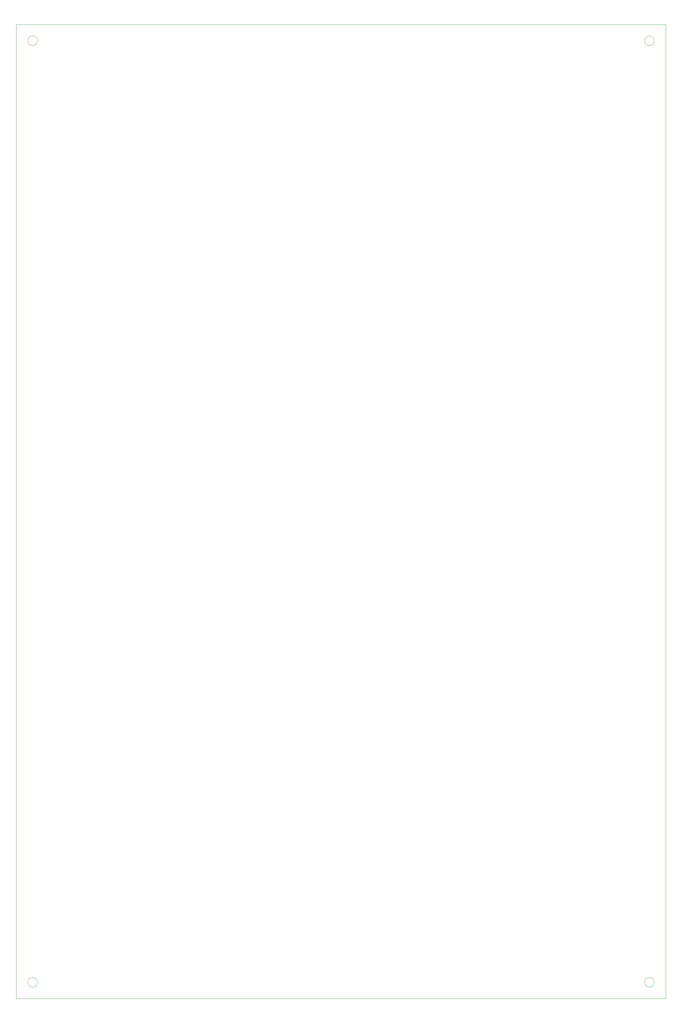
<source format=gbr>
G04 #@! TF.GenerationSoftware,KiCad,Pcbnew,8.0.2*
G04 #@! TF.CreationDate,2024-05-23T11:35:18+02:00*
G04 #@! TF.ProjectId,final-cu,66696e61-6c2d-4637-952e-6b696361645f,rev?*
G04 #@! TF.SameCoordinates,Original*
G04 #@! TF.FileFunction,Profile,NP*
%FSLAX46Y46*%
G04 Gerber Fmt 4.6, Leading zero omitted, Abs format (unit mm)*
G04 Created by KiCad (PCBNEW 8.0.2) date 2024-05-23 11:35:18*
%MOMM*%
%LPD*%
G01*
G04 APERTURE LIST*
G04 #@! TA.AperFunction,Profile*
%ADD10C,0.050000*%
G04 #@! TD*
G04 APERTURE END LIST*
D10*
X45000000Y-317500000D02*
G75*
G02*
X42000000Y-317500000I-1500000J0D01*
G01*
X42000000Y-317500000D02*
G75*
G02*
X45000000Y-317500000I1500000J0D01*
G01*
X235000000Y-317500000D02*
G75*
G02*
X232000000Y-317500000I-1500000J0D01*
G01*
X232000000Y-317500000D02*
G75*
G02*
X235000000Y-317500000I1500000J0D01*
G01*
X235000000Y-27500000D02*
G75*
G02*
X232000000Y-27500000I-1500000J0D01*
G01*
X232000000Y-27500000D02*
G75*
G02*
X235000000Y-27500000I1500000J0D01*
G01*
X38500000Y-22500000D02*
X238500000Y-22500000D01*
X238500000Y-322500000D01*
X38500000Y-322500000D01*
X38500000Y-22500000D01*
X45000000Y-27500000D02*
G75*
G02*
X42000000Y-27500000I-1500000J0D01*
G01*
X42000000Y-27500000D02*
G75*
G02*
X45000000Y-27500000I1500000J0D01*
G01*
M02*

</source>
